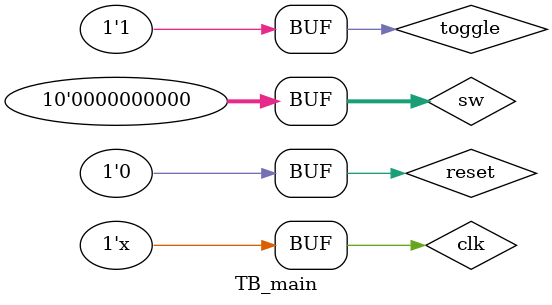
<source format=v>
`timescale 1ns / 1ps
module TB_main;

reg clk;
reg reset;
reg toggle;
reg [9:0] sw;
wire [6:0] sseg;
wire [3:0] an;

main u1 (
    .clk(clk),
    .reset(reset),
    .toggle(toggle),
    .sw(sw),
    .sseg(sseg),
    .an(an));

initial begin
clk = 0;
sw = 0;
reset = 1;

#10

reset = 0;

#10

toggle = 1;

end

always
#5 clk = ~clk;

endmodule

</source>
